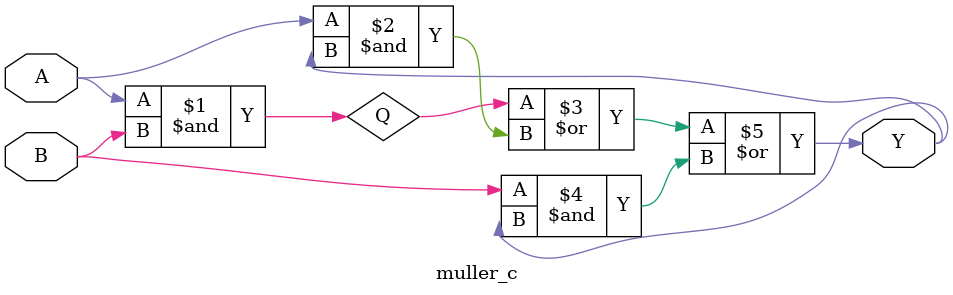
<source format=v>
`timescale 1ns / 1ps


module muller_c(
    input wire A,
    input wire B,
    output wire Y
    );
    
    wire Q;
    
    assign Q = A & B;

    assign Y = Q | (A & Y) | (B & Y);     
    
endmodule


</source>
